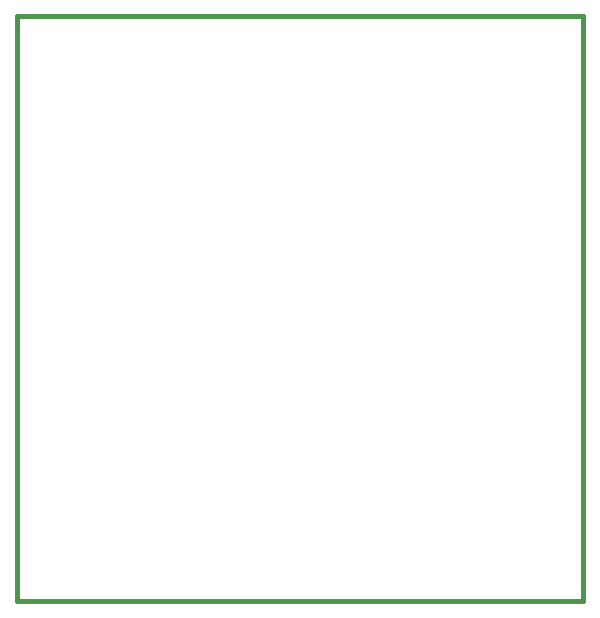
<source format=gbo>
G04 (created by PCBNEW-RS274X (2011-12-28 BZR 3254)-stable) date 2012. 03. 26. 13:07:31*
G01*
G70*
G90*
%MOIN*%
G04 Gerber Fmt 3.4, Leading zero omitted, Abs format*
%FSLAX34Y34*%
G04 APERTURE LIST*
%ADD10C,0.006000*%
%ADD11C,0.015000*%
%ADD12C,0.080000*%
%ADD13C,0.126300*%
%ADD14R,0.075000X0.075000*%
%ADD15C,0.075000*%
%ADD16C,0.055000*%
G04 APERTURE END LIST*
G54D10*
G54D11*
X23622Y-04724D02*
X04724Y-04724D01*
X23622Y-24213D02*
X23622Y-04724D01*
X04724Y-24213D02*
X23622Y-24213D01*
X04724Y-04724D02*
X04724Y-24213D01*
%LPC*%
G54D12*
X09250Y-19900D03*
X08250Y-19900D03*
X08250Y-20687D03*
X09250Y-20687D03*
G54D13*
X11112Y-21750D03*
X06388Y-21750D03*
G54D14*
X23000Y-19000D03*
G54D15*
X23000Y-18000D03*
X23000Y-17000D03*
X23000Y-16000D03*
X23000Y-15000D03*
X23000Y-14000D03*
X23000Y-13000D03*
X23000Y-12000D03*
G54D14*
X12500Y-17000D03*
G54D15*
X12500Y-16000D03*
X12500Y-15000D03*
X12500Y-14000D03*
X12500Y-13000D03*
X12500Y-12000D03*
G54D14*
X05500Y-17000D03*
G54D15*
X05500Y-16000D03*
X05500Y-15000D03*
X05500Y-14000D03*
X05500Y-13000D03*
X05500Y-12000D03*
G54D14*
X15000Y-05500D03*
G54D15*
X16000Y-05500D03*
X17000Y-05500D03*
X18000Y-05500D03*
X19000Y-05500D03*
G54D14*
X19000Y-10500D03*
G54D15*
X20000Y-10500D03*
X21000Y-10500D03*
X22000Y-10500D03*
X23000Y-10500D03*
G54D14*
X09500Y-10500D03*
G54D15*
X10500Y-10500D03*
X11500Y-10500D03*
X12500Y-10500D03*
X13500Y-10500D03*
G54D14*
X05500Y-05500D03*
G54D15*
X06500Y-05500D03*
X07500Y-05500D03*
X08500Y-05500D03*
X09500Y-05500D03*
G54D14*
X20000Y-05500D03*
G54D15*
X21000Y-05500D03*
X22000Y-05500D03*
X23000Y-05500D03*
G54D14*
X10500Y-05500D03*
G54D15*
X11500Y-05500D03*
X12500Y-05500D03*
X13500Y-05500D03*
G54D14*
X14000Y-17000D03*
G54D15*
X14000Y-16000D03*
X14000Y-15000D03*
X14000Y-14000D03*
G54D14*
X18500Y-20500D03*
G54D15*
X18500Y-21500D03*
X18500Y-22500D03*
X18500Y-23500D03*
G54D14*
X10500Y-18000D03*
G54D15*
X11500Y-18000D03*
X12500Y-18000D03*
G54D14*
X05500Y-18250D03*
G54D15*
X06500Y-18250D03*
X05500Y-20500D03*
X05500Y-23500D03*
G54D14*
X17000Y-23500D03*
G54D15*
X14000Y-23500D03*
G54D14*
X23000Y-23500D03*
G54D15*
X20000Y-23500D03*
G54D14*
X17000Y-22500D03*
G54D15*
X14000Y-22500D03*
G54D14*
X23000Y-22500D03*
G54D15*
X20000Y-22500D03*
G54D14*
X17000Y-21500D03*
G54D15*
X14000Y-21500D03*
G54D14*
X23000Y-21500D03*
G54D15*
X20000Y-21500D03*
G54D14*
X17000Y-20500D03*
G54D15*
X14000Y-20500D03*
G54D14*
X23000Y-20500D03*
G54D15*
X20000Y-20500D03*
X08750Y-18250D03*
X08750Y-17250D03*
X07500Y-08500D03*
X07500Y-07500D03*
X17000Y-08500D03*
X17000Y-07500D03*
G54D14*
X12250Y-20500D03*
G54D15*
X12250Y-19500D03*
G54D16*
X21250Y-18000D03*
X22250Y-16500D03*
X20750Y-14250D03*
X10500Y-08000D03*
X08000Y-14500D03*
X07500Y-17000D03*
X10000Y-14500D03*
X20000Y-08000D03*
X16250Y-18750D03*
X09500Y-15500D03*
X20750Y-17500D03*
M02*

</source>
